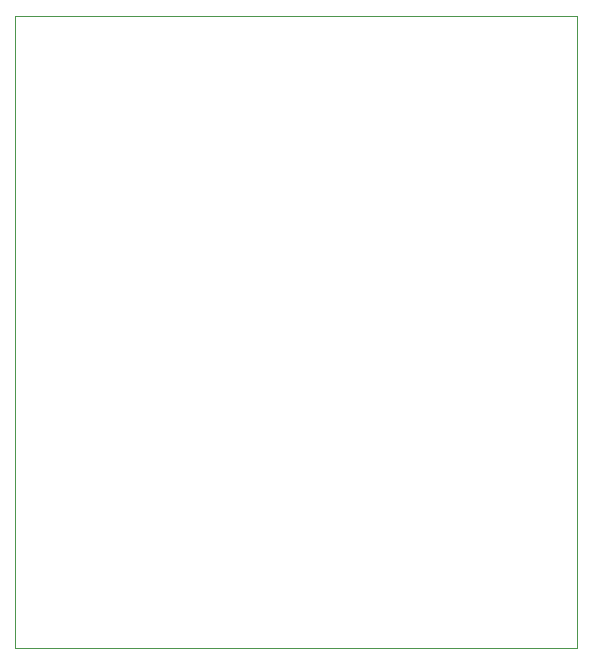
<source format=gbr>
%TF.GenerationSoftware,KiCad,Pcbnew,7.0.7*%
%TF.CreationDate,2024-03-27T23:02:27-04:00*%
%TF.ProjectId,pneu_pwr_brd,706e6575-5f70-4777-925f-6272642e6b69,rev?*%
%TF.SameCoordinates,Original*%
%TF.FileFunction,Profile,NP*%
%FSLAX46Y46*%
G04 Gerber Fmt 4.6, Leading zero omitted, Abs format (unit mm)*
G04 Created by KiCad (PCBNEW 7.0.7) date 2024-03-27 23:02:27*
%MOMM*%
%LPD*%
G01*
G04 APERTURE LIST*
%TA.AperFunction,Profile*%
%ADD10C,0.100000*%
%TD*%
G04 APERTURE END LIST*
D10*
X137287000Y-50927000D02*
X184912000Y-50927000D01*
X184912000Y-104394000D01*
X137287000Y-104394000D01*
X137287000Y-50927000D01*
M02*

</source>
